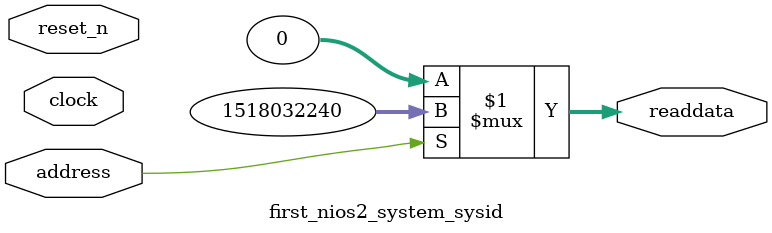
<source format=v>

`timescale 1ns / 1ps
// synthesis translate_on

// turn off superfluous verilog processor warnings 
// altera message_level Level1 
// altera message_off 10034 10035 10036 10037 10230 10240 10030 

module first_nios2_system_sysid (
               // inputs:
                address,
                clock,
                reset_n,

               // outputs:
                readdata
             )
;

  output  [ 31: 0] readdata;
  input            address;
  input            clock;
  input            reset_n;

  wire    [ 31: 0] readdata;
  //control_slave, which is an e_avalon_slave
  assign readdata = address ? 1518032240 : 0;

endmodule




</source>
